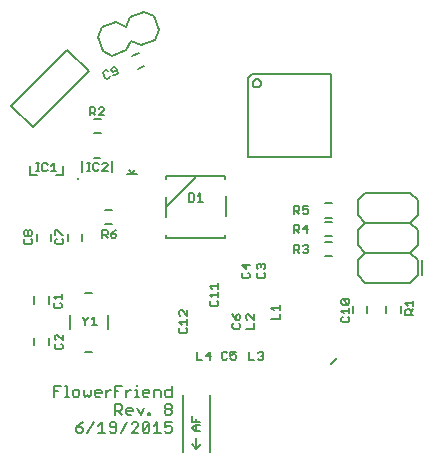
<source format=gto>
G75*
%MOIN*%
%OFA0B0*%
%FSLAX25Y25*%
%IPPOS*%
%LPD*%
%AMOC8*
5,1,8,0,0,1.08239X$1,22.5*
%
%ADD10C,0.00500*%
%ADD11C,0.00600*%
%ADD12C,0.00800*%
%ADD13C,0.01000*%
D10*
X0037706Y0057932D02*
X0039508Y0057932D01*
X0039958Y0058382D01*
X0039958Y0059283D01*
X0039508Y0059733D01*
X0039958Y0060878D02*
X0038157Y0062680D01*
X0037706Y0062680D01*
X0037256Y0062229D01*
X0037256Y0061328D01*
X0037706Y0060878D01*
X0037706Y0059733D02*
X0037256Y0059283D01*
X0037256Y0058382D01*
X0037706Y0057932D01*
X0039958Y0060878D02*
X0039958Y0062680D01*
X0046616Y0068226D02*
X0046616Y0068676D01*
X0046616Y0068226D02*
X0047516Y0067325D01*
X0047516Y0065974D01*
X0047516Y0067325D02*
X0048417Y0068226D01*
X0048417Y0068676D01*
X0049562Y0067776D02*
X0050463Y0068676D01*
X0050463Y0065974D01*
X0049562Y0065974D02*
X0051364Y0065974D01*
X0039629Y0072018D02*
X0039178Y0071567D01*
X0037377Y0071567D01*
X0036927Y0072018D01*
X0036927Y0072918D01*
X0037377Y0073369D01*
X0037827Y0074514D02*
X0036927Y0075414D01*
X0039629Y0075414D01*
X0039629Y0074514D02*
X0039629Y0076315D01*
X0039178Y0073369D02*
X0039629Y0072918D01*
X0039629Y0072018D01*
X0039695Y0092923D02*
X0037894Y0092923D01*
X0037443Y0093374D01*
X0037443Y0094274D01*
X0037894Y0094725D01*
X0037443Y0095870D02*
X0037443Y0097671D01*
X0037894Y0097671D01*
X0039695Y0095870D01*
X0040146Y0095870D01*
X0039695Y0094725D02*
X0040146Y0094274D01*
X0040146Y0093374D01*
X0039695Y0092923D01*
X0029694Y0093258D02*
X0029694Y0094158D01*
X0029244Y0094609D01*
X0029244Y0095754D02*
X0028794Y0095754D01*
X0028343Y0096204D01*
X0028343Y0097105D01*
X0028794Y0097555D01*
X0029244Y0097555D01*
X0029694Y0097105D01*
X0029694Y0096204D01*
X0029244Y0095754D01*
X0028343Y0096204D02*
X0027893Y0095754D01*
X0027442Y0095754D01*
X0026992Y0096204D01*
X0026992Y0097105D01*
X0027442Y0097555D01*
X0027893Y0097555D01*
X0028343Y0097105D01*
X0027442Y0094609D02*
X0026992Y0094158D01*
X0026992Y0093258D01*
X0027442Y0092807D01*
X0029244Y0092807D01*
X0029694Y0093258D01*
X0053090Y0094991D02*
X0053090Y0097693D01*
X0054441Y0097693D01*
X0054891Y0097243D01*
X0054891Y0096342D01*
X0054441Y0095892D01*
X0053090Y0095892D01*
X0053990Y0095892D02*
X0054891Y0094991D01*
X0056036Y0095442D02*
X0056487Y0094991D01*
X0057387Y0094991D01*
X0057838Y0095442D01*
X0057838Y0095892D01*
X0057387Y0096342D01*
X0056036Y0096342D01*
X0056036Y0095442D01*
X0056036Y0096342D02*
X0056937Y0097243D01*
X0057838Y0097693D01*
X0054879Y0117367D02*
X0053077Y0117367D01*
X0054879Y0119169D01*
X0054879Y0119619D01*
X0054428Y0120070D01*
X0053528Y0120070D01*
X0053077Y0119619D01*
X0051932Y0119619D02*
X0051482Y0120070D01*
X0050581Y0120070D01*
X0050131Y0119619D01*
X0050131Y0117818D01*
X0050581Y0117367D01*
X0051482Y0117367D01*
X0051932Y0117818D01*
X0049067Y0117367D02*
X0048166Y0117367D01*
X0048617Y0117367D02*
X0048617Y0120070D01*
X0049067Y0120070D02*
X0048166Y0120070D01*
X0037804Y0117156D02*
X0036002Y0117156D01*
X0036903Y0117156D02*
X0036903Y0119858D01*
X0036002Y0118957D01*
X0034857Y0119408D02*
X0034407Y0119858D01*
X0033506Y0119858D01*
X0033056Y0119408D01*
X0033056Y0117606D01*
X0033506Y0117156D01*
X0034407Y0117156D01*
X0034857Y0117606D01*
X0031992Y0117156D02*
X0031092Y0117156D01*
X0031542Y0117156D02*
X0031542Y0119858D01*
X0031092Y0119858D02*
X0031992Y0119858D01*
X0029945Y0131817D02*
X0048597Y0150469D01*
X0041359Y0157707D01*
X0022707Y0139055D01*
X0029945Y0131817D01*
X0049047Y0135812D02*
X0049047Y0138515D01*
X0050398Y0138515D01*
X0050848Y0138064D01*
X0050848Y0137164D01*
X0050398Y0136713D01*
X0049047Y0136713D01*
X0049947Y0136713D02*
X0050848Y0135812D01*
X0051993Y0135812D02*
X0053795Y0137614D01*
X0053795Y0138064D01*
X0053344Y0138515D01*
X0052443Y0138515D01*
X0051993Y0138064D01*
X0051993Y0135812D02*
X0053795Y0135812D01*
X0054593Y0148006D02*
X0055426Y0148351D01*
X0055669Y0148939D01*
X0056727Y0149378D02*
X0057316Y0149134D01*
X0058148Y0149479D01*
X0058392Y0150067D01*
X0057702Y0151731D01*
X0057114Y0151975D01*
X0056282Y0151630D01*
X0056038Y0151042D01*
X0056210Y0150626D01*
X0056799Y0150382D01*
X0058047Y0150899D01*
X0054980Y0150604D02*
X0054392Y0150848D01*
X0053559Y0150503D01*
X0053316Y0149914D01*
X0054005Y0148250D01*
X0054593Y0148006D01*
X0081990Y0109781D02*
X0083341Y0109781D01*
X0083791Y0109330D01*
X0083791Y0107529D01*
X0083341Y0107079D01*
X0081990Y0107079D01*
X0081990Y0109781D01*
X0084936Y0108880D02*
X0085837Y0109781D01*
X0085837Y0107079D01*
X0084936Y0107079D02*
X0086738Y0107079D01*
X0099527Y0085818D02*
X0100879Y0084467D01*
X0100879Y0086268D01*
X0102230Y0085818D02*
X0099527Y0085818D01*
X0099978Y0083322D02*
X0099527Y0082871D01*
X0099527Y0081971D01*
X0099978Y0081520D01*
X0101779Y0081520D01*
X0102230Y0081971D01*
X0102230Y0082871D01*
X0101779Y0083322D01*
X0104650Y0082867D02*
X0104650Y0081966D01*
X0105100Y0081516D01*
X0106901Y0081516D01*
X0107352Y0081966D01*
X0107352Y0082867D01*
X0106901Y0083318D01*
X0106901Y0084463D02*
X0107352Y0084913D01*
X0107352Y0085814D01*
X0106901Y0086264D01*
X0106451Y0086264D01*
X0106001Y0085814D01*
X0106001Y0085363D01*
X0106001Y0085814D02*
X0105550Y0086264D01*
X0105100Y0086264D01*
X0104650Y0085814D01*
X0104650Y0084913D01*
X0105100Y0084463D01*
X0105100Y0083318D02*
X0104650Y0082867D01*
X0112208Y0072658D02*
X0112208Y0070856D01*
X0112208Y0071757D02*
X0109506Y0071757D01*
X0110407Y0070856D01*
X0112208Y0069711D02*
X0112208Y0067910D01*
X0109506Y0067910D01*
X0103642Y0067711D02*
X0101840Y0069513D01*
X0101390Y0069513D01*
X0100940Y0069062D01*
X0100940Y0068162D01*
X0101390Y0067711D01*
X0103642Y0067711D02*
X0103642Y0069513D01*
X0103642Y0066566D02*
X0103642Y0064765D01*
X0100940Y0064765D01*
X0099123Y0065164D02*
X0098673Y0064713D01*
X0096871Y0064713D01*
X0096421Y0065164D01*
X0096421Y0066064D01*
X0096871Y0066515D01*
X0097772Y0067660D02*
X0097772Y0069011D01*
X0098223Y0069461D01*
X0098673Y0069461D01*
X0099123Y0069011D01*
X0099123Y0068110D01*
X0098673Y0067660D01*
X0097772Y0067660D01*
X0096871Y0068561D01*
X0096421Y0069461D01*
X0098673Y0066515D02*
X0099123Y0066064D01*
X0099123Y0065164D01*
X0091643Y0072644D02*
X0091643Y0073545D01*
X0091193Y0073995D01*
X0091643Y0075140D02*
X0091643Y0076942D01*
X0091643Y0076041D02*
X0088941Y0076041D01*
X0089841Y0075140D01*
X0089391Y0073995D02*
X0088941Y0073545D01*
X0088941Y0072644D01*
X0089391Y0072194D01*
X0091193Y0072194D01*
X0091643Y0072644D01*
X0091643Y0078087D02*
X0091643Y0079888D01*
X0091643Y0078987D02*
X0088941Y0078987D01*
X0089841Y0078087D01*
X0081407Y0070833D02*
X0081407Y0069031D01*
X0079605Y0070833D01*
X0079155Y0070833D01*
X0078704Y0070383D01*
X0078704Y0069482D01*
X0079155Y0069031D01*
X0078704Y0066986D02*
X0081407Y0066986D01*
X0081407Y0066085D02*
X0081407Y0067887D01*
X0079605Y0066085D02*
X0078704Y0066986D01*
X0079155Y0064940D02*
X0078704Y0064490D01*
X0078704Y0063589D01*
X0079155Y0063138D01*
X0080956Y0063138D01*
X0081407Y0063589D01*
X0081407Y0064490D01*
X0080956Y0064940D01*
X0084626Y0057092D02*
X0084626Y0054389D01*
X0086427Y0054389D01*
X0087572Y0055740D02*
X0089374Y0055740D01*
X0088924Y0054389D02*
X0088924Y0057092D01*
X0087572Y0055740D01*
X0092894Y0054840D02*
X0093344Y0054389D01*
X0094245Y0054389D01*
X0094695Y0054840D01*
X0095840Y0054840D02*
X0096291Y0054389D01*
X0097191Y0054389D01*
X0097642Y0054840D01*
X0097642Y0055740D01*
X0097191Y0056191D01*
X0096741Y0056191D01*
X0095840Y0055740D01*
X0095840Y0057092D01*
X0097642Y0057092D01*
X0094695Y0056641D02*
X0094245Y0057092D01*
X0093344Y0057092D01*
X0092894Y0056641D01*
X0092894Y0054840D01*
X0102016Y0054268D02*
X0103817Y0054268D01*
X0104962Y0054719D02*
X0105413Y0054268D01*
X0106313Y0054268D01*
X0106764Y0054719D01*
X0106764Y0055169D01*
X0106313Y0055619D01*
X0105863Y0055619D01*
X0106313Y0055619D02*
X0106764Y0056070D01*
X0106764Y0056520D01*
X0106313Y0056971D01*
X0105413Y0056971D01*
X0104962Y0056520D01*
X0102016Y0056971D02*
X0102016Y0054268D01*
X0084342Y0034609D02*
X0084342Y0033708D01*
X0084342Y0032563D02*
X0084342Y0030762D01*
X0083892Y0030762D02*
X0085693Y0030762D01*
X0083892Y0030762D02*
X0082991Y0031662D01*
X0083892Y0032563D01*
X0085693Y0032563D01*
X0085693Y0033708D02*
X0082991Y0033708D01*
X0082991Y0035510D01*
X0132767Y0067323D02*
X0133217Y0066873D01*
X0135019Y0066873D01*
X0135469Y0067323D01*
X0135469Y0068224D01*
X0135019Y0068674D01*
X0135469Y0069819D02*
X0135469Y0071621D01*
X0135469Y0070720D02*
X0132767Y0070720D01*
X0133668Y0069819D01*
X0133217Y0068674D02*
X0132767Y0068224D01*
X0132767Y0067323D01*
X0133217Y0072766D02*
X0132767Y0073216D01*
X0132767Y0074117D01*
X0133217Y0074567D01*
X0135019Y0072766D01*
X0135469Y0073216D01*
X0135469Y0074117D01*
X0135019Y0074567D01*
X0133217Y0074567D01*
X0133217Y0072766D02*
X0135019Y0072766D01*
X0121283Y0089975D02*
X0120382Y0089975D01*
X0119932Y0090426D01*
X0118787Y0089975D02*
X0117886Y0090876D01*
X0118337Y0090876D02*
X0116986Y0090876D01*
X0116986Y0089975D02*
X0116986Y0092678D01*
X0118337Y0092678D01*
X0118787Y0092227D01*
X0118787Y0091326D01*
X0118337Y0090876D01*
X0119932Y0092227D02*
X0120382Y0092678D01*
X0121283Y0092678D01*
X0121734Y0092227D01*
X0121734Y0091777D01*
X0121283Y0091326D01*
X0121734Y0090876D01*
X0121734Y0090426D01*
X0121283Y0089975D01*
X0121283Y0091326D02*
X0120833Y0091326D01*
X0121219Y0096727D02*
X0121219Y0099429D01*
X0119868Y0098078D01*
X0121669Y0098078D01*
X0118723Y0098078D02*
X0118272Y0097627D01*
X0116921Y0097627D01*
X0116921Y0096727D02*
X0116921Y0099429D01*
X0118272Y0099429D01*
X0118723Y0098978D01*
X0118723Y0098078D01*
X0117822Y0097627D02*
X0118723Y0096727D01*
X0118723Y0102968D02*
X0117822Y0103868D01*
X0118272Y0103868D02*
X0116921Y0103868D01*
X0116921Y0102968D02*
X0116921Y0105670D01*
X0118272Y0105670D01*
X0118723Y0105219D01*
X0118723Y0104319D01*
X0118272Y0103868D01*
X0119868Y0103418D02*
X0120318Y0102968D01*
X0121219Y0102968D01*
X0121669Y0103418D01*
X0121669Y0104319D01*
X0121219Y0104769D01*
X0120769Y0104769D01*
X0119868Y0104319D01*
X0119868Y0105670D01*
X0121669Y0105670D01*
X0154124Y0073162D02*
X0156827Y0073162D01*
X0156827Y0072261D02*
X0156827Y0074063D01*
X0155025Y0072261D02*
X0154124Y0073162D01*
X0154575Y0071116D02*
X0155475Y0071116D01*
X0155926Y0070666D01*
X0155926Y0069315D01*
X0155926Y0070215D02*
X0156827Y0071116D01*
X0156827Y0069315D02*
X0154124Y0069315D01*
X0154124Y0070666D01*
X0154575Y0071116D01*
D11*
X0037106Y0045477D02*
X0037106Y0042074D01*
X0037106Y0043776D02*
X0038240Y0043776D01*
X0037106Y0045477D02*
X0039374Y0045477D01*
X0040789Y0045477D02*
X0041356Y0045477D01*
X0041356Y0042074D01*
X0040789Y0042074D02*
X0041923Y0042074D01*
X0043244Y0042641D02*
X0043244Y0043776D01*
X0043811Y0044343D01*
X0044946Y0044343D01*
X0045513Y0043776D01*
X0045513Y0042641D01*
X0044946Y0042074D01*
X0043811Y0042074D01*
X0043244Y0042641D01*
X0046927Y0042641D02*
X0047494Y0042074D01*
X0048062Y0042641D01*
X0048629Y0042074D01*
X0049196Y0042641D01*
X0049196Y0044343D01*
X0050610Y0043776D02*
X0050610Y0042641D01*
X0051178Y0042074D01*
X0052312Y0042074D01*
X0052879Y0043209D02*
X0050610Y0043209D01*
X0050610Y0043776D02*
X0051178Y0044343D01*
X0052312Y0044343D01*
X0052879Y0043776D01*
X0052879Y0043209D01*
X0054294Y0043209D02*
X0055428Y0044343D01*
X0055995Y0044343D01*
X0057363Y0043776D02*
X0058497Y0043776D01*
X0057363Y0045477D02*
X0057363Y0042074D01*
X0057363Y0039477D02*
X0059064Y0039477D01*
X0059631Y0038910D01*
X0059631Y0037776D01*
X0059064Y0037209D01*
X0057363Y0037209D01*
X0058497Y0037209D02*
X0059631Y0036074D01*
X0061046Y0036641D02*
X0061046Y0037776D01*
X0061613Y0038343D01*
X0062747Y0038343D01*
X0063315Y0037776D01*
X0063315Y0037209D01*
X0061046Y0037209D01*
X0061046Y0036641D02*
X0061613Y0036074D01*
X0062747Y0036074D01*
X0064729Y0038343D02*
X0065863Y0036074D01*
X0066998Y0038343D01*
X0068412Y0036641D02*
X0068979Y0036641D01*
X0068979Y0036074D01*
X0068412Y0036074D01*
X0068412Y0036641D01*
X0068272Y0033477D02*
X0067138Y0033477D01*
X0066571Y0032910D01*
X0066571Y0030641D01*
X0068839Y0032910D01*
X0068839Y0030641D01*
X0068272Y0030074D01*
X0067138Y0030074D01*
X0066571Y0030641D01*
X0065156Y0030074D02*
X0062888Y0030074D01*
X0065156Y0032343D01*
X0065156Y0032910D01*
X0064589Y0033477D01*
X0063455Y0033477D01*
X0062888Y0032910D01*
X0061473Y0033477D02*
X0059204Y0030074D01*
X0057790Y0030641D02*
X0057790Y0032910D01*
X0057223Y0033477D01*
X0056088Y0033477D01*
X0055521Y0032910D01*
X0055521Y0032343D01*
X0056088Y0031776D01*
X0057790Y0031776D01*
X0057790Y0030641D02*
X0057223Y0030074D01*
X0056088Y0030074D01*
X0055521Y0030641D01*
X0054107Y0030074D02*
X0051838Y0030074D01*
X0052972Y0030074D02*
X0052972Y0033477D01*
X0051838Y0032343D01*
X0050424Y0033477D02*
X0048155Y0030074D01*
X0046740Y0030641D02*
X0046740Y0031209D01*
X0046173Y0031776D01*
X0044472Y0031776D01*
X0044472Y0030641D01*
X0045039Y0030074D01*
X0046173Y0030074D01*
X0046740Y0030641D01*
X0045606Y0032910D02*
X0044472Y0031776D01*
X0045606Y0032910D02*
X0046740Y0033477D01*
X0046927Y0042641D02*
X0046927Y0044343D01*
X0054294Y0044343D02*
X0054294Y0042074D01*
X0057363Y0039477D02*
X0057363Y0036074D01*
X0061046Y0042074D02*
X0061046Y0044343D01*
X0062180Y0044343D02*
X0062747Y0044343D01*
X0062180Y0044343D02*
X0061046Y0043209D01*
X0059631Y0045477D02*
X0057363Y0045477D01*
X0064115Y0044343D02*
X0064682Y0044343D01*
X0064682Y0042074D01*
X0064115Y0042074D02*
X0065250Y0042074D01*
X0066571Y0042641D02*
X0066571Y0043776D01*
X0067138Y0044343D01*
X0068272Y0044343D01*
X0068839Y0043776D01*
X0068839Y0043209D01*
X0066571Y0043209D01*
X0066571Y0042641D02*
X0067138Y0042074D01*
X0068272Y0042074D01*
X0070254Y0042074D02*
X0070254Y0044343D01*
X0071955Y0044343D01*
X0072522Y0043776D01*
X0072522Y0042074D01*
X0073937Y0042641D02*
X0073937Y0043776D01*
X0074504Y0044343D01*
X0076206Y0044343D01*
X0076206Y0045477D02*
X0076206Y0042074D01*
X0074504Y0042074D01*
X0073937Y0042641D01*
X0074504Y0039477D02*
X0073937Y0038910D01*
X0073937Y0038343D01*
X0074504Y0037776D01*
X0075638Y0037776D01*
X0076206Y0037209D01*
X0076206Y0036641D01*
X0075638Y0036074D01*
X0074504Y0036074D01*
X0073937Y0036641D01*
X0073937Y0037209D01*
X0074504Y0037776D01*
X0075638Y0037776D02*
X0076206Y0038343D01*
X0076206Y0038910D01*
X0075638Y0039477D01*
X0074504Y0039477D01*
X0073937Y0033477D02*
X0073937Y0031776D01*
X0075071Y0032343D01*
X0075638Y0032343D01*
X0076206Y0031776D01*
X0076206Y0030641D01*
X0075638Y0030074D01*
X0074504Y0030074D01*
X0073937Y0030641D01*
X0072522Y0030074D02*
X0070254Y0030074D01*
X0071388Y0030074D02*
X0071388Y0033477D01*
X0070254Y0032343D01*
X0068839Y0032910D02*
X0068272Y0033477D01*
X0073937Y0033477D02*
X0076206Y0033477D01*
X0064682Y0045477D02*
X0064682Y0046044D01*
X0035194Y0059302D02*
X0035194Y0061664D01*
X0030470Y0061664D02*
X0030470Y0059302D01*
X0030470Y0073081D02*
X0030470Y0075444D01*
X0035194Y0075444D02*
X0035194Y0073081D01*
X0036113Y0093818D02*
X0036113Y0096180D01*
X0031388Y0096180D02*
X0031388Y0093818D01*
X0041643Y0093827D02*
X0041643Y0096190D01*
X0046367Y0096190D02*
X0046367Y0093827D01*
X0054092Y0099491D02*
X0056454Y0099491D01*
X0056454Y0104216D02*
X0054092Y0104216D01*
X0052589Y0129826D02*
X0050227Y0129826D01*
X0050227Y0134550D02*
X0052589Y0134550D01*
X0064928Y0151231D02*
X0067111Y0152135D01*
X0065303Y0156500D02*
X0063120Y0155596D01*
X0101641Y0148138D02*
X0101641Y0121937D01*
X0129240Y0121937D01*
X0129240Y0149535D01*
X0103039Y0149535D01*
X0101641Y0148138D01*
X0103227Y0146536D02*
X0103229Y0146611D01*
X0103235Y0146685D01*
X0103245Y0146759D01*
X0103258Y0146832D01*
X0103276Y0146905D01*
X0103297Y0146976D01*
X0103322Y0147047D01*
X0103351Y0147116D01*
X0103384Y0147183D01*
X0103420Y0147248D01*
X0103459Y0147312D01*
X0103501Y0147373D01*
X0103547Y0147432D01*
X0103596Y0147489D01*
X0103648Y0147542D01*
X0103702Y0147593D01*
X0103759Y0147642D01*
X0103819Y0147686D01*
X0103881Y0147728D01*
X0103945Y0147767D01*
X0104011Y0147802D01*
X0104078Y0147833D01*
X0104148Y0147861D01*
X0104218Y0147885D01*
X0104290Y0147906D01*
X0104363Y0147922D01*
X0104436Y0147935D01*
X0104511Y0147944D01*
X0104585Y0147949D01*
X0104660Y0147950D01*
X0104734Y0147947D01*
X0104809Y0147940D01*
X0104882Y0147929D01*
X0104956Y0147915D01*
X0105028Y0147896D01*
X0105099Y0147874D01*
X0105169Y0147848D01*
X0105238Y0147818D01*
X0105304Y0147785D01*
X0105369Y0147748D01*
X0105432Y0147708D01*
X0105493Y0147664D01*
X0105551Y0147618D01*
X0105607Y0147568D01*
X0105660Y0147516D01*
X0105711Y0147461D01*
X0105758Y0147403D01*
X0105802Y0147343D01*
X0105843Y0147280D01*
X0105881Y0147216D01*
X0105915Y0147150D01*
X0105946Y0147081D01*
X0105973Y0147012D01*
X0105996Y0146941D01*
X0106015Y0146869D01*
X0106031Y0146796D01*
X0106043Y0146722D01*
X0106051Y0146648D01*
X0106055Y0146573D01*
X0106055Y0146499D01*
X0106051Y0146424D01*
X0106043Y0146350D01*
X0106031Y0146276D01*
X0106015Y0146203D01*
X0105996Y0146131D01*
X0105973Y0146060D01*
X0105946Y0145991D01*
X0105915Y0145922D01*
X0105881Y0145856D01*
X0105843Y0145792D01*
X0105802Y0145729D01*
X0105758Y0145669D01*
X0105711Y0145611D01*
X0105660Y0145556D01*
X0105607Y0145504D01*
X0105551Y0145454D01*
X0105493Y0145408D01*
X0105432Y0145364D01*
X0105369Y0145324D01*
X0105304Y0145287D01*
X0105238Y0145254D01*
X0105169Y0145224D01*
X0105099Y0145198D01*
X0105028Y0145176D01*
X0104956Y0145157D01*
X0104882Y0145143D01*
X0104809Y0145132D01*
X0104734Y0145125D01*
X0104660Y0145122D01*
X0104585Y0145123D01*
X0104511Y0145128D01*
X0104436Y0145137D01*
X0104363Y0145150D01*
X0104290Y0145166D01*
X0104218Y0145187D01*
X0104148Y0145211D01*
X0104078Y0145239D01*
X0104011Y0145270D01*
X0103945Y0145305D01*
X0103881Y0145344D01*
X0103819Y0145386D01*
X0103759Y0145430D01*
X0103702Y0145479D01*
X0103648Y0145530D01*
X0103596Y0145583D01*
X0103547Y0145640D01*
X0103501Y0145699D01*
X0103459Y0145760D01*
X0103420Y0145824D01*
X0103384Y0145889D01*
X0103351Y0145956D01*
X0103322Y0146025D01*
X0103297Y0146096D01*
X0103276Y0146167D01*
X0103258Y0146240D01*
X0103245Y0146313D01*
X0103235Y0146387D01*
X0103229Y0146461D01*
X0103227Y0146536D01*
X0127392Y0106441D02*
X0129754Y0106441D01*
X0129754Y0101716D02*
X0127392Y0101716D01*
X0127424Y0100229D02*
X0129786Y0100229D01*
X0129786Y0095505D02*
X0127424Y0095505D01*
X0127308Y0093630D02*
X0129670Y0093630D01*
X0129670Y0088906D02*
X0127308Y0088906D01*
X0136769Y0072294D02*
X0136769Y0069932D01*
X0141493Y0069932D02*
X0141493Y0072294D01*
X0147793Y0072294D02*
X0147793Y0069932D01*
X0152517Y0069932D02*
X0152517Y0072294D01*
D12*
X0155761Y0079976D02*
X0140761Y0079976D01*
X0138261Y0082476D01*
X0138261Y0087476D01*
X0140761Y0089976D01*
X0155761Y0089976D01*
X0158261Y0092476D01*
X0158261Y0097476D01*
X0155761Y0099976D01*
X0140761Y0099976D01*
X0138261Y0102476D01*
X0138261Y0107476D01*
X0140761Y0109976D01*
X0155761Y0109976D01*
X0158261Y0107476D01*
X0158261Y0102476D01*
X0155761Y0099976D01*
X0155761Y0089976D02*
X0158261Y0087476D01*
X0158261Y0082476D01*
X0155761Y0079976D01*
X0159580Y0082476D02*
X0159580Y0087476D01*
X0140761Y0089976D02*
X0138261Y0092476D01*
X0138261Y0097476D01*
X0140761Y0099976D01*
X0131376Y0054966D02*
X0129407Y0052998D01*
X0094060Y0095034D02*
X0093860Y0095034D01*
X0093860Y0095054D01*
X0074370Y0095054D01*
X0074370Y0095964D01*
X0074260Y0101934D02*
X0074260Y0105334D01*
X0084260Y0115334D01*
X0093940Y0115534D02*
X0093940Y0115544D01*
X0074380Y0115544D01*
X0074380Y0114654D01*
X0074260Y0108734D02*
X0074260Y0105334D01*
X0064824Y0116428D02*
X0063013Y0116428D01*
X0062093Y0117649D01*
X0061202Y0116428D02*
X0063013Y0116428D01*
X0063113Y0116489D02*
X0063873Y0117649D01*
X0056412Y0117058D02*
X0056412Y0120439D01*
X0052468Y0121539D02*
X0050355Y0121539D01*
X0046412Y0120439D02*
X0046412Y0117058D01*
X0039959Y0115892D02*
X0039959Y0119042D01*
X0039959Y0115892D02*
X0037597Y0115892D01*
X0031298Y0115892D02*
X0028936Y0115892D01*
X0028936Y0119042D01*
X0053258Y0157240D02*
X0056465Y0155751D01*
X0061161Y0157469D01*
X0062649Y0160676D01*
X0065856Y0159188D01*
X0070552Y0160906D01*
X0072040Y0164113D01*
X0070322Y0168808D01*
X0067115Y0170297D01*
X0062420Y0168579D01*
X0060931Y0165372D01*
X0057724Y0166860D01*
X0053029Y0165142D01*
X0051540Y0161935D01*
X0053258Y0157240D01*
X0093940Y0115534D02*
X0094140Y0115534D01*
X0094140Y0114464D01*
X0094260Y0108834D02*
X0094260Y0102134D01*
X0094060Y0096034D02*
X0094060Y0095034D01*
X0054894Y0069223D02*
X0054894Y0064498D01*
X0049776Y0057018D02*
X0047414Y0057018D01*
X0042296Y0064498D02*
X0042296Y0069223D01*
X0047414Y0076703D02*
X0049776Y0076703D01*
X0079911Y0042693D02*
X0079911Y0023693D01*
X0082911Y0026193D02*
X0084411Y0024693D01*
X0085911Y0026193D01*
X0084411Y0024693D02*
X0084411Y0028193D01*
X0088911Y0023693D02*
X0088911Y0042693D01*
D13*
X0045112Y0114749D03*
M02*

</source>
